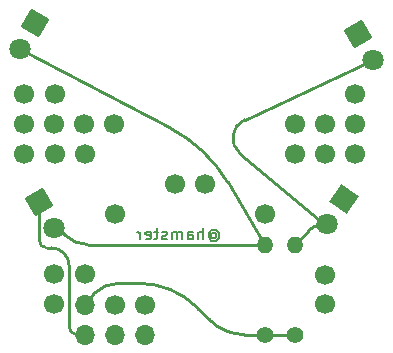
<source format=gbr>
%TF.GenerationSoftware,KiCad,Pcbnew,(6.0.5)*%
%TF.CreationDate,2022-07-12T12:17:59-06:00*%
%TF.ProjectId,jack,6a61636b-2e6b-4696-9361-645f70636258,rev?*%
%TF.SameCoordinates,PX7dfd6b0PY631d890*%
%TF.FileFunction,Copper,L2,Bot*%
%TF.FilePolarity,Positive*%
%FSLAX46Y46*%
G04 Gerber Fmt 4.6, Leading zero omitted, Abs format (unit mm)*
G04 Created by KiCad (PCBNEW (6.0.5)) date 2022-07-12 12:17:59*
%MOMM*%
%LPD*%
G01*
G04 APERTURE LIST*
G04 Aperture macros list*
%AMRotRect*
0 Rectangle, with rotation*
0 The origin of the aperture is its center*
0 $1 length*
0 $2 width*
0 $3 Rotation angle, in degrees counterclockwise*
0 Add horizontal line*
21,1,$1,$2,0,0,$3*%
G04 Aperture macros list end*
%ADD10C,0.150000*%
%TA.AperFunction,NonConductor*%
%ADD11C,0.150000*%
%TD*%
%TA.AperFunction,ComponentPad*%
%ADD12RotRect,1.800000X1.800000X235.000000*%
%TD*%
%TA.AperFunction,ComponentPad*%
%ADD13C,1.800000*%
%TD*%
%TA.AperFunction,ComponentPad*%
%ADD14O,1.700000X1.700000*%
%TD*%
%TA.AperFunction,ComponentPad*%
%ADD15C,1.700000*%
%TD*%
%TA.AperFunction,ComponentPad*%
%ADD16RotRect,1.800000X1.800000X300.000000*%
%TD*%
%TA.AperFunction,ComponentPad*%
%ADD17RotRect,1.800000X1.800000X240.000000*%
%TD*%
%TA.AperFunction,ComponentPad*%
%ADD18C,1.400000*%
%TD*%
%TA.AperFunction,ComponentPad*%
%ADD19O,1.400000X1.400000*%
%TD*%
%TA.AperFunction,Conductor*%
%ADD20C,0.250000*%
%TD*%
G04 APERTURE END LIST*
D10*
D11*
X15755714Y11043810D02*
X15803333Y11091429D01*
X15898571Y11139048D01*
X15993809Y11139048D01*
X16089047Y11091429D01*
X16136666Y11043810D01*
X16184285Y10948572D01*
X16184285Y10853334D01*
X16136666Y10758096D01*
X16089047Y10710477D01*
X15993809Y10662858D01*
X15898571Y10662858D01*
X15803333Y10710477D01*
X15755714Y10758096D01*
X15755714Y11139048D02*
X15755714Y10758096D01*
X15708095Y10710477D01*
X15660476Y10710477D01*
X15565238Y10758096D01*
X15517619Y10853334D01*
X15517619Y11091429D01*
X15612857Y11234286D01*
X15755714Y11329524D01*
X15946190Y11377143D01*
X16136666Y11329524D01*
X16279523Y11234286D01*
X16374761Y11091429D01*
X16422380Y10900953D01*
X16374761Y10710477D01*
X16279523Y10567620D01*
X16136666Y10472381D01*
X15946190Y10424762D01*
X15755714Y10472381D01*
X15612857Y10567620D01*
X15089047Y10567620D02*
X15089047Y11567620D01*
X14660476Y10567620D02*
X14660476Y11091429D01*
X14708095Y11186667D01*
X14803333Y11234286D01*
X14946190Y11234286D01*
X15041428Y11186667D01*
X15089047Y11139048D01*
X13755714Y10567620D02*
X13755714Y11091429D01*
X13803333Y11186667D01*
X13898571Y11234286D01*
X14089047Y11234286D01*
X14184285Y11186667D01*
X13755714Y10615239D02*
X13850952Y10567620D01*
X14089047Y10567620D01*
X14184285Y10615239D01*
X14231904Y10710477D01*
X14231904Y10805715D01*
X14184285Y10900953D01*
X14089047Y10948572D01*
X13850952Y10948572D01*
X13755714Y10996191D01*
X13279523Y10567620D02*
X13279523Y11234286D01*
X13279523Y11139048D02*
X13231904Y11186667D01*
X13136666Y11234286D01*
X12993809Y11234286D01*
X12898571Y11186667D01*
X12850952Y11091429D01*
X12850952Y10567620D01*
X12850952Y11091429D02*
X12803333Y11186667D01*
X12708095Y11234286D01*
X12565238Y11234286D01*
X12470000Y11186667D01*
X12422380Y11091429D01*
X12422380Y10567620D01*
X11993809Y10615239D02*
X11898571Y10567620D01*
X11708095Y10567620D01*
X11612857Y10615239D01*
X11565238Y10710477D01*
X11565238Y10758096D01*
X11612857Y10853334D01*
X11708095Y10900953D01*
X11850952Y10900953D01*
X11946190Y10948572D01*
X11993809Y11043810D01*
X11993809Y11091429D01*
X11946190Y11186667D01*
X11850952Y11234286D01*
X11708095Y11234286D01*
X11612857Y11186667D01*
X11279523Y11234286D02*
X10898571Y11234286D01*
X11136666Y11567620D02*
X11136666Y10710477D01*
X11089047Y10615239D01*
X10993809Y10567620D01*
X10898571Y10567620D01*
X10184285Y10615239D02*
X10279523Y10567620D01*
X10470000Y10567620D01*
X10565238Y10615239D01*
X10612857Y10710477D01*
X10612857Y11091429D01*
X10565238Y11186667D01*
X10470000Y11234286D01*
X10279523Y11234286D01*
X10184285Y11186667D01*
X10136666Y11091429D01*
X10136666Y10996191D01*
X10612857Y10900953D01*
X9708095Y10567620D02*
X9708095Y11234286D01*
X9708095Y11043810D02*
X9660476Y11139048D01*
X9612857Y11186667D01*
X9517619Y11234286D01*
X9422380Y11234286D01*
D12*
%TO.P,D4,1,K*%
%TO.N,GND*%
X27001310Y13974419D03*
D13*
%TO.P,D4,2,A*%
%TO.N,Net-(D2-Pad2)*%
X25544426Y11893773D03*
%TD*%
D14*
%TO.P,X1,1,VCC*%
%TO.N,+3V3*%
X5020000Y5060000D03*
%TO.P,X1,2,GND*%
%TO.N,GND*%
X5020000Y2520000D03*
D15*
%TO.P,X1,3,SDA*%
%TO.N,unconnected-(X1-Pad3)*%
X7560000Y5060000D03*
D14*
%TO.P,X1,4,SCL*%
%TO.N,unconnected-(X1-Pad4)*%
X7560000Y2520000D03*
D15*
%TO.P,X1,5,GPIO1*%
%TO.N,unconnected-(X1-Pad5)*%
X10100000Y5060000D03*
D14*
%TO.P,X1,6,GPIO2*%
%TO.N,unconnected-(X1-Pad6)*%
X10100000Y2520000D03*
%TD*%
D15*
%TO.P,G\u002A\u002A\u002A,1*%
%TO.N,N/C*%
X27885807Y20307834D03*
X25345807Y7582434D03*
X5000407Y20307834D03*
X15185807Y15227834D03*
X2485807Y22847834D03*
X5025807Y7607834D03*
X-79593Y17767834D03*
X7565807Y12687834D03*
X20265807Y12687834D03*
X5025807Y17767834D03*
X2460407Y7607834D03*
X25345807Y20307834D03*
X27885807Y17767834D03*
X27885807Y22847834D03*
X22805807Y20307834D03*
X22805807Y17767834D03*
X-79593Y20307834D03*
X12645807Y15227834D03*
X2485807Y17767834D03*
X2460407Y20307834D03*
X25345807Y5067834D03*
X-79593Y22847834D03*
X2460407Y5067834D03*
X25345807Y17767834D03*
X7540407Y20307834D03*
%TD*%
D16*
%TO.P,D2,1,K*%
%TO.N,GND*%
X28212500Y27934182D03*
D13*
%TO.P,D2,2,A*%
%TO.N,Net-(D2-Pad2)*%
X29482500Y25734477D03*
%TD*%
D16*
%TO.P,D3,1,K*%
%TO.N,GND*%
X1168690Y13774419D03*
D13*
%TO.P,D3,2,A*%
%TO.N,Net-(D1-Pad2)*%
X2438690Y11574714D03*
%TD*%
D17*
%TO.P,D1,1,K*%
%TO.N,GND*%
X827500Y28894182D03*
D13*
%TO.P,D1,2,A*%
%TO.N,Net-(D1-Pad2)*%
X-442500Y26694477D03*
%TD*%
D18*
%TO.P,R2,1*%
%TO.N,+3V3*%
X22810000Y2520000D03*
D19*
%TO.P,R2,2*%
%TO.N,Net-(D2-Pad2)*%
X22810000Y10140000D03*
%TD*%
D18*
%TO.P,R1,1*%
%TO.N,+3V3*%
X20270000Y2520000D03*
D19*
%TO.P,R1,2*%
%TO.N,Net-(D1-Pad2)*%
X20270000Y10140000D03*
%TD*%
D20*
%TO.N,Net-(D1-Pad2)*%
X20270000Y10140000D02*
X5278030Y10140000D01*
X20270000Y10242604D02*
X20119112Y10393492D01*
X20270000Y10140000D02*
X20270000Y10242604D01*
X2506515Y11574714D02*
X2438690Y11574714D01*
X2625574Y11693773D02*
X2506515Y11574714D01*
X3402436Y10916863D02*
G75*
G03*
X5278030Y10140000I1875564J1875637D01*
G01*
X3402460Y10916887D02*
X2625574Y11693773D01*
%TO.N,GND*%
X3710019Y8357747D02*
G75*
G03*
X3270000Y9420000I-1502319J-47D01*
G01*
X1364341Y10055651D02*
G75*
G02*
X1168690Y10528008I472359J472349D01*
G01*
X1836697Y9859997D02*
G75*
G02*
X1364346Y10055656I3J668003D01*
G01*
X4365000Y2520000D02*
G75*
G02*
X3710000Y3175000I0J655000D01*
G01*
X2207746Y9860019D02*
G75*
G02*
X3270000Y9420000I-46J-1502319D01*
G01*
%TO.N,Net-(D2-Pad2)*%
X25194262Y11743799D02*
G75*
G03*
X25255168Y11911049I38J94701D01*
G01*
%TO.N,GND*%
X1168690Y10528008D02*
X1168690Y13774419D01*
X3710000Y8357747D02*
X3710000Y3175000D01*
X4365000Y2520000D02*
X5020000Y2520000D01*
X1836697Y9860000D02*
X2207746Y9860000D01*
%TO.N,Net-(D2-Pad2)*%
X25255168Y11911050D02*
X18186584Y17845108D01*
X24934099Y11743773D02*
X25194262Y11743773D01*
X24045846Y11375847D02*
X22810000Y10140000D01*
X18570807Y20708789D02*
X29482500Y25734477D01*
X18186626Y17845158D02*
G75*
G02*
X18570807Y20708789I1099774J1310042D01*
G01*
X24045848Y11375845D02*
G75*
G02*
X24934099Y11743773I888252J-888245D01*
G01*
%TO.N,Net-(D1-Pad2)*%
X20119112Y10393492D02*
X17142286Y15394561D01*
X12326942Y19965988D02*
X-442500Y26694477D01*
X19975000Y10139985D02*
G75*
G03*
X20119111Y10393492I0J167715D01*
G01*
X17142295Y15394567D02*
G75*
G03*
X12326942Y19965988I-10525295J-6265067D01*
G01*
X19975000Y10140000D02*
G75*
G02*
X19975000Y10140000I0J0D01*
G01*
X19975000Y10139985D02*
G75*
G03*
X20119111Y10393492I0J167715D01*
G01*
%TO.N,+3V3*%
X18560000Y2520000D02*
X20270000Y2520000D01*
X5020000Y5120000D02*
X5020000Y5060000D01*
X7887939Y6860000D02*
X9605000Y6860000D01*
X5062426Y5222427D02*
X5860000Y6020000D01*
X14564145Y4805855D02*
X15640847Y3729153D01*
X20270000Y2520000D02*
X22810000Y2520000D01*
X15640848Y3729154D02*
G75*
G03*
X18560000Y2520000I2919152J2919146D01*
G01*
X9605000Y6859997D02*
G75*
G02*
X14564145Y4805855I0J-7013297D01*
G01*
X7887939Y6859983D02*
G75*
G03*
X5860000Y6020000I-39J-2867883D01*
G01*
X5020014Y5120000D02*
G75*
G02*
X5062427Y5222426I144886J0D01*
G01*
%TD*%
M02*

</source>
